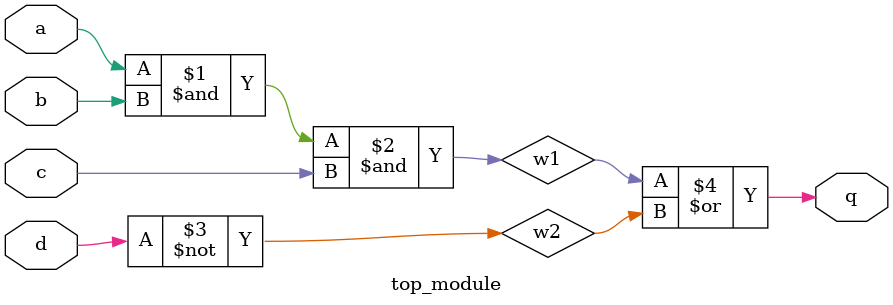
<source format=sv>
module top_module (
    input a, 
    input b, 
    input c, 
    input d,
    output q
);

// define the internal wires
wire w1, w2;

// implement the circuit
assign w1 = a & b & c;
assign w2 = ~d;
assign q = w1 | w2;

endmodule

</source>
